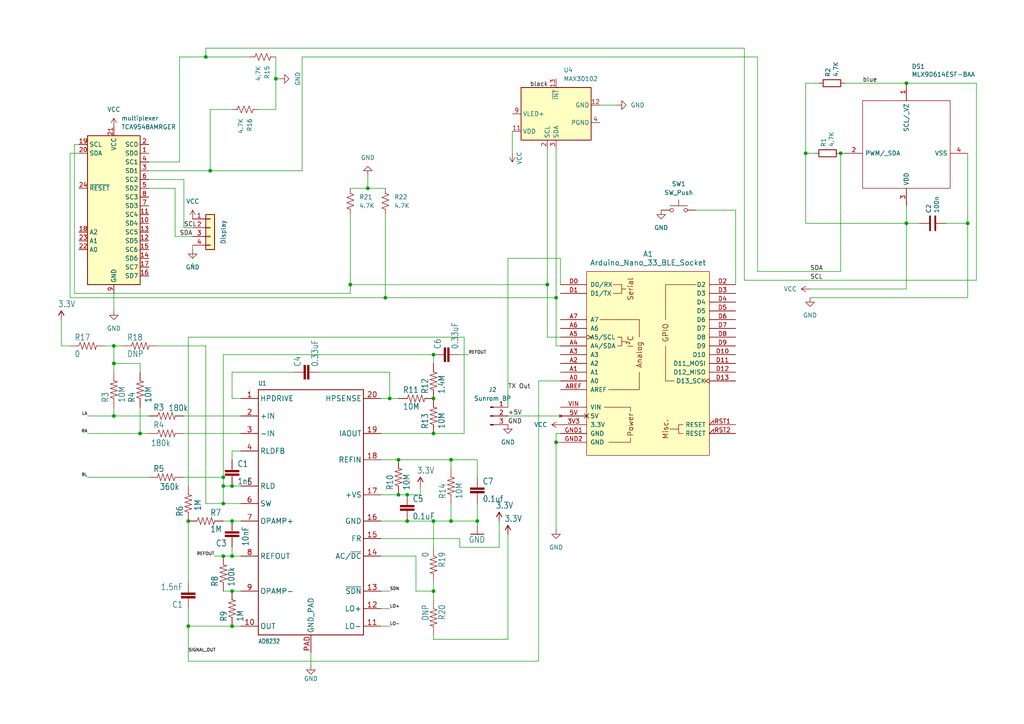
<source format=kicad_sch>
(kicad_sch (version 20250114) (generator "eeschema") (generator_version "9.0")
  (paper "A4")
  (lib_symbols
    (symbol "1-eagle-import:0OHM1/10W5%(0603)"
      (property "Reference" "R" (at -3.81 1.4986 0))
      (symbol "0OHM1/10W5%(0603)_1_0"
        (polyline (pts (xy -2.54 0) (xy -2.159 1.016)) (stroke (width 0.1524)))
        (polyline (pts (xy -2.159 1.016) (xy -1.524 -1.016)) (stroke (width 0.1524)))
        (polyline (pts (xy -1.524 -1.016) (xy -0.889 1.016)) (stroke (width 0.1524)))
        (polyline (pts (xy -0.889 1.016) (xy -0.254 -1.016)) (stroke (width 0.1524)))
        (polyline (pts (xy -0.254 -1.016) (xy 0.381 1.016)) (stroke (width 0.1524)))
        (polyline (pts (xy 0.381 1.016) (xy 1.016 -1.016)) (stroke (width 0.1524)))
        (polyline (pts (xy 1.016 -1.016) (xy 1.651 1.016)) (stroke (width 0.1524)))
        (polyline (pts (xy 1.651 1.016) (xy 2.286 -1.016)) (stroke (width 0.1524)))
        (polyline (pts (xy 2.286 -1.016) (xy 2.54 0)) (stroke (width 0.1524)))
        (pin passive line (at -5.08 0 0) (length 2.54) (name "1") (number "1"))
        (pin passive line (at 5.08 0 180) (length 2.54) (name "2") (number "2"))
      )
    )
    (symbol "1-eagle-import:3.3V" (power)
      (symbol "3.3V_1_0"
        (polyline (pts (xy 0 2.54) (xy -0.762 1.27)) (stroke (width 0.254)))
        (polyline (pts (xy 0.762 1.27) (xy 0 2.54)) (stroke (width 0.254)))
        (pin power_in line (at 0 0 90) (length 2.54) (name "3.3V") (number "1"))
      )
    )
    (symbol "1-eagle-import:AD8232"
      (symbol "AD8232_1_0"
        (polyline (pts (xy -15.24 43.18) (xy 15.24 43.18)) (stroke (width 0.254)))
        (polyline (pts (xy -15.24 -27.94) (xy -15.24 43.18)) (stroke (width 0.254)))
        (polyline (pts (xy 15.24 43.18) (xy 15.24 -27.94)) (stroke (width 0.254)))
        (polyline (pts (xy 15.24 -27.94) (xy -15.24 -27.94)) (stroke (width 0.254)))
        (pin bidirectional line (at -20.32 40.64 0) (length 5.08) (name "HPDRIVE") (number "1"))
        (pin bidirectional line (at -20.32 35.56 0) (length 5.08) (name "+IN") (number "2"))
        (pin bidirectional line (at -20.32 30.48 0) (length 5.08) (name "-IN") (number "3"))
        (pin bidirectional line (at -20.32 25.4 0) (length 5.08) (name "RLDFB") (number "4"))
        (pin bidirectional line (at -20.32 15.24 0) (length 5.08) (name "RLD") (number "5"))
        (pin bidirectional line (at -20.32 10.16 0) (length 5.08) (name "SW") (number "6"))
        (pin bidirectional line (at -20.32 5.08 0) (length 5.08) (name "OPAMP+") (number "7"))
        (pin bidirectional line (at -20.32 -5.08 0) (length 5.08) (name "REFOUT") (number "8"))
        (pin bidirectional line (at -20.32 -15.24 0) (length 5.08) (name "OPAMP-") (number "9"))
        (pin bidirectional line (at -20.32 -25.4 0) (length 5.08) (name "OUT") (number "10"))
        (pin bidirectional line (at 0 -33.02 90) (length 5.08) (name "GND_PAD") (number "PAD"))
        (pin bidirectional line (at 20.32 40.64 180) (length 5.08) (name "HPSENSE") (number "20"))
        (pin bidirectional line (at 20.32 30.48 180) (length 5.08) (name "IAOUT") (number "19"))
        (pin bidirectional line (at 20.32 22.86 180) (length 5.08) (name "REFIN") (number "18"))
        (pin bidirectional line (at 20.32 12.7 180) (length 5.08) (name "+VS") (number "17"))
        (pin bidirectional line (at 20.32 5.08 180) (length 5.08) (name "GND") (number "16"))
        (pin bidirectional line (at 20.32 0 180) (length 5.08) (name "FR") (number "15"))
        (pin bidirectional line (at 20.32 -5.08 180) (length 5.08) (name "AC/~{DC}") (number "14"))
        (pin bidirectional line (at 20.32 -15.24 180) (length 5.08) (name "~{SDN}") (number "13"))
        (pin bidirectional line (at 20.32 -20.32 180) (length 5.08) (name "LO+") (number "12"))
        (pin bidirectional line (at 20.32 -25.4 180) (length 5.08) (name "LO-") (number "11"))
      )
    )
    (symbol "1-eagle-import:CAP0603-CAP"
      (property "Reference" "C" (at 1.524 2.921 0))
      (symbol "CAP0603-CAP_1_0"
        (rectangle (start -2.032 1.524) (end 2.032 2.032) (fill (type outline)))
        (rectangle (start -2.032 0.508) (end 2.032 1.016) (fill (type outline)))
        (polyline (pts (xy 0 2.54) (xy 0 2.032)) (stroke (width 0.1524)))
        (polyline (pts (xy 0 0) (xy 0 0.508)) (stroke (width 0.1524)))
        (pin passive line (at 0 5.08 270) (length 2.54) (name "1") (number "1"))
        (pin passive line (at 0 -2.54 90) (length 2.54) (name "2") (number "2"))
      )
    )
    (symbol "1-eagle-import:CAP0805"
      (property "Reference" "C" (at 1.524 2.921 0))
      (symbol "CAP0805_1_0"
        (rectangle (start -2.032 1.524) (end 2.032 2.032) (fill (type outline)))
        (rectangle (start -2.032 0.508) (end 2.032 1.016) (fill (type outline)))
        (polyline (pts (xy 0 2.54) (xy 0 2.032)) (stroke (width 0.1524)))
        (polyline (pts (xy 0 0) (xy 0 0.508)) (stroke (width 0.1524)))
        (pin passive line (at 0 5.08 270) (length 2.54) (name "1") (number "1"))
        (pin passive line (at 0 -2.54 90) (length 2.54) (name "2") (number "2"))
      )
    )
    (symbol "1-eagle-import:GND" (power)
      (symbol "GND_1_0"
        (polyline (pts (xy -1.905 0) (xy 1.905 0)) (stroke (width 0.254)))
        (pin power_in line (at 0 2.54 270) (length 2.54) (name "GND") (number "1"))
      )
    )
    (symbol "1-eagle-import:RESISTOR0603-RES"
      (property "Reference" "R" (at -3.81 1.4986 0))
      (symbol "RESISTOR0603-RES_1_0"
        (polyline (pts (xy -2.54 0) (xy -2.159 1.016)) (stroke (width 0.1524)))
        (polyline (pts (xy -2.159 1.016) (xy -1.524 -1.016)) (stroke (width 0.1524)))
        (polyline (pts (xy -1.524 -1.016) (xy -0.889 1.016)) (stroke (width 0.1524)))
        (polyline (pts (xy -0.889 1.016) (xy -0.254 -1.016)) (stroke (width 0.1524)))
        (polyline (pts (xy -0.254 -1.016) (xy 0.381 1.016)) (stroke (width 0.1524)))
        (polyline (pts (xy 0.381 1.016) (xy 1.016 -1.016)) (stroke (width 0.1524)))
        (polyline (pts (xy 1.016 -1.016) (xy 1.651 1.016)) (stroke (width 0.1524)))
        (polyline (pts (xy 1.651 1.016) (xy 2.286 -1.016)) (stroke (width 0.1524)))
        (polyline (pts (xy 2.286 -1.016) (xy 2.54 0)) (stroke (width 0.1524)))
        (pin passive line (at -5.08 0 0) (length 2.54) (name "1") (number "1"))
        (pin passive line (at 5.08 0 180) (length 2.54) (name "2") (number "2"))
      )
    )
    (symbol "Connector:Conn_01x03_Pin" (pin_names (offset 1.016) (hide yes))
      (property "Reference" "J" (at 0 5.08 0))
      (property "Value" "Conn_01x03_Pin" (at 0 -5.08 0))
      (symbol "Conn_01x03_Pin_1_1"
        (rectangle (start 0.8636 2.667) (end 0 2.413) (stroke (width 0.1524)) (fill (type outline)))
        (rectangle (start 0.8636 0.127) (end 0 -0.127) (stroke (width 0.1524)) (fill (type outline)))
        (rectangle (start 0.8636 -2.413) (end 0 -2.667) (stroke (width 0.1524)) (fill (type outline)))
        (polyline (pts (xy 1.27 2.54) (xy 0.8636 2.54)) (stroke (width 0.1524)))
        (polyline (pts (xy 1.27 0) (xy 0.8636 0)) (stroke (width 0.1524)))
        (polyline (pts (xy 1.27 -2.54) (xy 0.8636 -2.54)) (stroke (width 0.1524)))
        (pin passive line (at 5.08 2.54 180) (length 3.81) (name "Pin_1") (number "1"))
        (pin passive line (at 5.08 0 180) (length 3.81) (name "Pin_2") (number "2"))
        (pin passive line (at 5.08 -2.54 180) (length 3.81) (name "Pin_3") (number "3"))
      )
    )
    (symbol "Connector_Generic:Conn_01x04" (pin_names (offset 1.016) (hide yes))
      (property "Reference" "J" (at 0 5.08 0))
      (property "Value" "Conn_01x04" (at 0 -7.62 0))
      (symbol "Conn_01x04_1_1"
        (rectangle (start -1.27 3.81) (end 1.27 -6.35) (stroke (width 0.254)) (fill (type background)))
        (rectangle (start -1.27 2.667) (end 0 2.413) (stroke (width 0.1524)))
        (rectangle (start -1.27 0.127) (end 0 -0.127) (stroke (width 0.1524)))
        (rectangle (start -1.27 -2.413) (end 0 -2.667) (stroke (width 0.1524)))
        (rectangle (start -1.27 -4.953) (end 0 -5.207) (stroke (width 0.1524)))
        (pin passive line (at -5.08 2.54 0) (length 3.81) (name "Pin_1") (number "1"))
        (pin passive line (at -5.08 0 0) (length 3.81) (name "Pin_2") (number "2"))
        (pin passive line (at -5.08 -2.54 0) (length 3.81) (name "Pin_3") (number "3"))
        (pin passive line (at -5.08 -5.08 0) (length 3.81) (name "Pin_4") (number "4"))
      )
    )
    (symbol "Device:C" (pin_numbers (hide yes)) (pin_names (offset 0.254))
      (property "Reference" "C" (at 0.635 2.54 0))
      (property "Value" "C" (at 0.635 -2.54 0))
      (symbol "C_0_1"
        (polyline (pts (xy -2.032 0.762) (xy 2.032 0.762)) (stroke (width 0.508)))
        (polyline (pts (xy -2.032 -0.762) (xy 2.032 -0.762)) (stroke (width 0.508)))
      )
      (symbol "C_1_1"
        (pin passive line (at 0 3.81 270) (length 2.794) (name "~") (number "1"))
        (pin passive line (at 0 -3.81 90) (length 2.794) (name "~") (number "2"))
      )
    )
    (symbol "Device:R" (pin_numbers (hide yes)) (pin_names (offset 0))
      (property "Reference" "R" (at 2.032 0 90))
      (property "Value" "R" (at 0 0 90))
      (symbol "R_0_1"
        (rectangle (start -1.016 -2.54) (end 1.016 2.54) (stroke (width 0.254)))
      )
      (symbol "R_1_1"
        (pin passive line (at 0 3.81 270) (length 1.27) (name "~") (number "1"))
        (pin passive line (at 0 -3.81 90) (length 1.27) (name "~") (number "2"))
      )
    )
    (symbol "Device:R_US" (pin_numbers (hide yes)) (pin_names (offset 0))
      (property "Reference" "R" (at 2.54 0 90))
      (property "Value" "R_US" (at -2.54 0 90))
      (symbol "R_US_0_1"
        (polyline (pts (xy 0 2.286) (xy 0 2.54)))
        (polyline (pts (xy 0 2.286) (xy 1.016 1.905) (xy 0 1.524) (xy -1.016 1.143) (xy 0 0.762)))
        (polyline (pts (xy 0 0.762) (xy 1.016 0.381) (xy 0 0) (xy -1.016 -0.381) (xy 0 -0.762)))
        (polyline (pts (xy 0 -0.762) (xy 1.016 -1.143) (xy 0 -1.524) (xy -1.016 -1.905) (xy 0 -2.286)))
        (polyline (pts (xy 0 -2.286) (xy 0 -2.54)))
      )
      (symbol "R_US_1_1"
        (pin passive line (at 0 3.81 270) (length 1.27) (name "~") (number "1"))
        (pin passive line (at 0 -3.81 90) (length 1.27) (name "~") (number "2"))
      )
    )
    (symbol "IR_Thermometer-rescue:1747-1747" (pin_names (offset 0.762))
      (property "Reference" "DS" (at 31.75 20.32 0))
      (property "Value" "1747-1747" (at 31.75 17.78 0))
      (symbol "1747-1747_0_0"
        (pin passive line (at 0 0 0) (length 5.08) (name "PWM/_SDA") (number "2"))
        (pin passive line (at 17.78 20.32 270) (length 5.08) (name "SCL/_VZ") (number "1"))
        (pin passive line (at 17.78 -15.24 90) (length 5.08) (name "VDD") (number "3"))
        (pin passive line (at 35.56 0 180) (length 5.08) (name "VSS") (number "4"))
      )
      (symbol "1747-1747_0_1"
        (polyline (pts (xy 5.08 15.24) (xy 30.48 15.24) (xy 30.48 -10.16) (xy 5.08 -10.16) (xy 5.08 15.24)) (stroke (width 0.1524)))
      )
    )
    (symbol "Interface_Expansion:TCA9548AMRGER"
      (property "Reference" "U" (at -7.62 21.59 0))
      (property "Value" "TCA9548AMRGER" (at 1.016 21.59 0))
      (symbol "TCA9548AMRGER_0_1"
        (rectangle (start -7.62 20.32) (end 7.62 -22.86) (stroke (width 0.254)) (fill (type background)))
      )
      (symbol "TCA9548AMRGER_1_1"
        (pin input line (at -10.16 17.78 0) (length 2.54) (name "SCL") (number "19"))
        (pin bidirectional line (at -10.16 15.24 0) (length 2.54) (name "SDA") (number "20"))
        (pin input line (at -10.16 5.08 0) (length 2.54) (name "~{RESET}") (number "24"))
        (pin input line (at -10.16 -7.62 0) (length 2.54) (name "A2") (number "18"))
        (pin input line (at -10.16 -10.16 0) (length 2.54) (name "A1") (number "23"))
        (pin input line (at -10.16 -12.7 0) (length 2.54) (name "A0") (number "22"))
        (pin no_connect line (at -7.62 -15.24 0) (length 2.54) (hide yes) (name "1EP") (number "25"))
        (pin power_in line (at 0 22.86 270) (length 2.54) (name "VCC") (number "21"))
        (pin power_in line (at 0 -25.4 90) (length 2.54) (name "GND") (number "9"))
        (pin output line (at 10.16 17.78 180) (length 2.54) (name "SC0") (number "2"))
        (pin bidirectional line (at 10.16 15.24 180) (length 2.54) (name "SD0") (number "1"))
        (pin output line (at 10.16 12.7 180) (length 2.54) (name "SC1") (number "4"))
        (pin bidirectional line (at 10.16 10.16 180) (length 2.54) (name "SD1") (number "3"))
        (pin output line (at 10.16 7.62 180) (length 2.54) (name "SC2") (number "6"))
        (pin bidirectional line (at 10.16 5.08 180) (length 2.54) (name "SD2") (number "5"))
        (pin output line (at 10.16 2.54 180) (length 2.54) (name "SC3") (number "8"))
        (pin bidirectional line (at 10.16 0 180) (length 2.54) (name "SD3") (number "7"))
        (pin output line (at 10.16 -2.54 180) (length 2.54) (name "SC4") (number "11"))
        (pin bidirectional line (at 10.16 -5.08 180) (length 2.54) (name "SD4") (number "10"))
        (pin output line (at 10.16 -7.62 180) (length 2.54) (name "SC5") (number "13"))
        (pin bidirectional line (at 10.16 -10.16 180) (length 2.54) (name "SD5") (number "12"))
        (pin output line (at 10.16 -12.7 180) (length 2.54) (name "SC6") (number "15"))
        (pin bidirectional line (at 10.16 -15.24 180) (length 2.54) (name "SD6") (number "14"))
        (pin output line (at 10.16 -17.78 180) (length 2.54) (name "SC7") (number "17"))
        (pin bidirectional line (at 10.16 -20.32 180) (length 2.54) (name "SD7") (number "16"))
      )
    )
    (symbol "PCM_arduino-library:Arduino_Nano_33_BLE_Socket" (pin_names (offset 1.016))
      (property "Reference" "A" (at 0 33.02 0))
      (property "Value" "Arduino_Nano_33_BLE_Socket" (at 0 29.21 0))
      (symbol "Arduino_Nano_33_BLE_Socket_0_0"
        (rectangle (start -17.78 26.67) (end 17.78 -26.67) (fill (type background)))
        (polyline (pts (xy -11.43 -22.86) (xy -5.08 -22.86) (xy -5.08 -21.59)))
        (polyline (pts (xy -10.16 22.86) (xy -7.62 22.86) (xy -7.62 20.32) (xy -10.16 20.32)))
        (polyline (pts (xy -8.89 7.62) (xy -7.62 7.62) (xy -7.62 5.08) (xy -8.89 5.08)))
        (polyline (pts (xy -7.62 21.59) (xy -6.35 21.59)))
        (polyline (pts (xy -7.62 6.35) (xy -6.35 6.35)))
        (polyline (pts (xy -5.08 -13.97) (xy -5.08 -12.7) (xy -12.7 -12.7)))
        (polyline (pts (xy 8.89 -19.05) (xy 6.35 -19.05)))
        (text "Serial" (at -5.08 21.59 900) (effects (font (size 1.524 1.524))))
        (text "I²C" (at -5.08 6.35 900) (effects (font (size 1.524 1.524))))
        (text "Power" (at -5.08 -17.78 900) (effects (font (size 1.524 1.524))))
        (text "Analog" (at -2.54 2.54 900) (effects (font (size 1.524 1.524))))
        (text "Misc." (at 5.08 -19.05 900) (effects (font (size 1.524 1.524))))
      )
      (symbol "Arduino_Nano_33_BLE_Socket_0_1"
        (polyline (pts (xy -13.97 12.7) (xy -2.54 12.7) (xy -2.54 7.62)))
        (polyline (pts (xy -11.43 -7.62) (xy -2.54 -7.62) (xy -2.54 -2.54)))
        (polyline (pts (xy 7.62 -5.08) (xy 5.08 -5.08) (xy 5.08 5.08)))
        (polyline (pts (xy 10.16 -17.78) (xy 8.89 -17.78) (xy 8.89 -20.32) (xy 10.16 -20.32)))
        (polyline (pts (xy 13.97 22.86) (xy 5.08 22.86) (xy 5.08 12.7)))
      )
      (symbol "Arduino_Nano_33_BLE_Socket_1_0"
        (text "GPIO" (at 5.08 8.89 900) (effects (font (size 1.524 1.524))))
      )
      (symbol "Arduino_Nano_33_BLE_Socket_1_1"
        (pin bidirectional line (at -25.4 22.86 0) (length 7.62) (name "D0/RX") (number "D0"))
        (pin bidirectional line (at -25.4 20.32 0) (length 7.62) (name "D1/TX") (number "D1"))
        (pin input line (at -25.4 12.7 0) (length 7.62) (name "A7") (number "A7"))
        (pin input line (at -25.4 10.16 0) (length 7.62) (name "A6") (number "A6"))
        (pin bidirectional clock (at -25.4 7.62 0) (length 7.62) (name "A5/SCL") (number "A5"))
        (pin bidirectional line (at -25.4 5.08 0) (length 7.62) (name "A4/SDA") (number "A4"))
        (pin bidirectional line (at -25.4 2.54 0) (length 7.62) (name "A3") (number "A3"))
        (pin bidirectional line (at -25.4 0 0) (length 7.62) (name "A2") (number "A2"))
        (pin bidirectional line (at -25.4 -2.54 0) (length 7.62) (name "A1") (number "A1"))
        (pin bidirectional line (at -25.4 -5.08 0) (length 7.62) (name "A0") (number "A0"))
        (pin input line (at -25.4 -7.62 0) (length 7.62) (name "AREF") (number "AREF"))
        (pin power_in line (at -25.4 -12.7 0) (length 7.62) (name "VIN") (number "VIN"))
        (pin no_connect non_logic (at -25.4 -15.24 0) (length 7.62) (name "5V") (number "5V"))
        (pin power_in line (at -25.4 -17.78 0) (length 7.62) (name "3.3V") (number "3V3"))
        (pin power_in line (at -25.4 -20.32 0) (length 7.62) (name "GND") (number "GND1"))
        (pin power_in line (at -25.4 -22.86 0) (length 7.62) (name "GND") (number "GND2"))
        (pin bidirectional line (at 25.4 22.86 180) (length 7.62) (name "D2") (number "D2"))
        (pin bidirectional line (at 25.4 20.32 180) (length 7.62) (name "D3") (number "D3"))
        (pin bidirectional line (at 25.4 17.78 180) (length 7.62) (name "D4") (number "D4"))
        (pin bidirectional line (at 25.4 15.24 180) (length 7.62) (name "D5") (number "D5"))
        (pin bidirectional line (at 25.4 12.7 180) (length 7.62) (name "D6") (number "D6"))
        (pin bidirectional line (at 25.4 10.16 180) (length 7.62) (name "D7") (number "D7"))
        (pin bidirectional line (at 25.4 7.62 180) (length 7.62) (name "D8") (number "D8"))
        (pin bidirectional line (at 25.4 5.08 180) (length 7.62) (name "D9") (number "D9"))
        (pin bidirectional line (at 25.4 2.54 180) (length 7.62) (name "D10") (number "D10"))
        (pin bidirectional line (at 25.4 0 180) (length 7.62) (name "D11_MOSI") (number "D11"))
        (pin bidirectional line (at 25.4 -2.54 180) (length 7.62) (name "D12_MISO") (number "D12"))
        (pin bidirectional clock (at 25.4 -5.08 180) (length 7.62) (name "D13_SCK") (number "D13"))
        (pin open_collector input_low (at 25.4 -17.78 180) (length 7.62) (name "RESET") (number "RST1"))
        (pin open_collector input_low (at 25.4 -20.32 180) (length 7.62) (name "RESET") (number "RST2"))
      )
    )
    (symbol "Sensor:MAX30102"
      (property "Reference" "U" (at 7.62 15.24 0))
      (property "Value" "MAX30102" (at 7.62 12.7 0))
      (symbol "MAX30102_0_1"
        (rectangle (start -7.62 10.16) (end 7.62 -10.16) (stroke (width 0.254)) (fill (type background)))
      )
      (symbol "MAX30102_1_1"
        (pin input line (at -10.16 2.54 0) (length 2.54) (name "SCL") (number "2"))
        (pin bidirectional line (at -10.16 0 0) (length 2.54) (name "SDA") (number "3"))
        (pin no_connect line (at -7.62 5.08 0) (length 2.54) (hide yes) (name "NC") (number "1"))
        (pin no_connect line (at -7.62 -2.54 0) (length 2.54) (hide yes) (name "NC") (number "7"))
        (pin power_in line (at -5.08 12.7 270) (length 2.54) (name "VDD") (number "11"))
        (pin power_in line (at -2.54 -12.7 90) (length 2.54) (name "PGND") (number "4"))
        (pin passive line (at 0 12.7 270) (length 2.54) (hide yes) (name "VLED+") (number "10"))
        (pin power_in line (at 0 12.7 270) (length 2.54) (name "VLED+") (number "9"))
        (pin power_in line (at 2.54 -12.7 90) (length 2.54) (name "GND") (number "12"))
        (pin no_connect line (at 7.62 5.08 180) (length 2.54) (hide yes) (name "NC") (number "8"))
        (pin no_connect line (at 7.62 2.54 180) (length 2.54) (hide yes) (name "NC") (number "14"))
        (pin no_connect line (at 7.62 -5.08 180) (length 2.54) (hide yes) (name "NC") (number "6"))
        (pin no_connect line (at 7.62 -7.62 180) (length 2.54) (hide yes) (name "NC") (number "5"))
        (pin output line (at 10.16 0 180) (length 2.54) (name "~{INT}") (number "13"))
      )
    )
    (symbol "Switch:SW_Push" (pin_numbers (hide yes)) (pin_names (offset 1.016) (hide yes))
      (property "Reference" "SW" (at 1.27 2.54 0))
      (property "Value" "SW_Push" (at 0 -1.524 0))
      (symbol "SW_Push_0_1"
        (circle (center -2.032 0) (radius 0.508))
        (polyline (pts (xy 0 1.27) (xy 0 3.048)))
        (circle (center 2.032 0) (radius 0.508))
        (polyline (pts (xy 2.54 1.27) (xy -2.54 1.27)))
        (pin passive line (at -5.08 0 0) (length 2.54) (name "1") (number "1"))
        (pin passive line (at 5.08 0 180) (length 2.54) (name "2") (number "2"))
      )
    )
    (symbol "power:GND" (power) (pin_numbers (hide yes)) (pin_names (offset 0) (hide yes))
      (property "Value" "GND" (at 0 -3.81 0))
      (symbol "GND_0_1"
        (polyline (pts (xy 0 0) (xy 0 -1.27) (xy 1.27 -1.27) (xy 0 -2.54) (xy -1.27 -1.27) (xy 0 -1.27)))
      )
      (symbol "GND_1_1"
        (pin power_in line (at 0 0 270) (length 0) (name "~") (number "1"))
      )
    )
    (symbol "power:VCC" (power) (pin_numbers (hide yes)) (pin_names (offset 0) (hide yes))
      (property "Value" "VCC" (at 0 3.556 0))
      (symbol "VCC_0_1"
        (polyline (pts (xy -0.762 1.27) (xy 0 2.54)))
        (polyline (pts (xy 0 2.54) (xy 0.762 1.27)))
        (polyline (pts (xy 0 0) (xy 0 2.54)))
      )
      (symbol "VCC_1_1"
        (pin power_in line (at 0 0 90) (length 0) (name "~") (number "1"))
      )
    )
  )
  (junction (at 233.68 44.45))
  (junction (at 113.03 115.57))
  (junction (at 161.29 86.36))
  (junction (at 64.77 161.29))
  (junction (at 262.89 64.77))
  (junction (at 111.76 86.36))
  (junction (at 67.31 151.13))
  (junction (at 59.69 16.51))
  (junction (at 280.67 64.77))
  (junction (at 64.77 140.97))
  (junction (at 67.31 161.29))
  (junction (at 262.89 24.13))
  (junction (at 40.64 125.73))
  (junction (at 54.61 181.61))
  (junction (at 67.31 181.61))
  (junction (at 33.02 100.33))
  (junction (at 101.6 82.55))
  (junction (at 130.81 133.35))
  (junction (at 67.31 140.97))
  (junction (at 115.57 143.51))
  (junction (at 118.11 151.13))
  (junction (at 125.73 171.45))
  (junction (at 125.73 151.13))
  (junction (at 158.75 82.55))
  (junction (at 80.01 22.86))
  (junction (at 130.81 151.13))
  (junction (at 60.96 49.53))
  (junction (at 118.11 143.51))
  (junction (at 125.73 125.73))
  (junction (at 243.84 44.45))
  (junction (at 64.77 146.05))
  (junction (at 64.77 138.43))
  (junction (at 115.57 133.35))
  (junction (at 67.31 171.45))
  (junction (at 33.02 120.65))
  (junction (at 54.61 151.13))
  (junction (at 106.68 54.61))
  (junction (at 138.43 151.13))
  (junction (at 161.29 128.27))
  (junction (at 33.02 105.41))
  (junction (at 125.73 115.57))
  (junction (at 125.73 102.87))
  (wire (pts (xy 67.31 130.81) (xy 69.85 130.81)) (stroke (width 0.1524)))
  (wire (pts (xy 233.68 44.45) (xy 233.68 64.77)))
  (wire (pts (xy 60.96 31.75) (xy 60.96 49.53)))
  (wire (pts (xy 67.31 161.29) (xy 67.31 158.75)) (stroke (width 0.1524)))
  (wire (pts (xy 40.64 118.11) (xy 40.64 125.73)) (stroke (width 0.1524)))
  (wire (pts (xy 43.18 54.61) (xy 50.8 54.61)))
  (wire (pts (xy 52.07 16.51) (xy 52.07 46.99)))
  (wire (pts (xy 33.02 90.17) (xy 33.02 85.09)))
  (wire (pts (xy 50.8 68.58) (xy 55.88 68.58)))
  (wire (pts (xy 118.11 151.13) (xy 125.73 151.13)) (stroke (width 0.1524)))
  (wire (pts (xy 54.61 181.61) (xy 54.61 191.77)) (stroke (width 0.1524)))
  (wire (pts (xy 110.49 181.61) (xy 113.03 181.61)) (stroke (width 0.1524)))
  (wire (pts (xy 69.85 115.57) (xy 67.31 115.57)) (stroke (width 0.1524)))
  (wire (pts (xy 262.89 83.82) (xy 234.95 83.82)))
  (wire (pts (xy 81.28 22.86) (xy 80.01 22.86)))
  (wire (pts (xy 158.75 97.79) (xy 162.56 97.79)))
  (wire (pts (xy 52.07 46.99) (xy 43.18 46.99)))
  (wire (pts (xy 162.56 125.73) (xy 161.29 125.73)))
  (wire (pts (xy 101.6 82.55) (xy 158.75 82.55)))
  (wire (pts (xy 80.01 31.75) (xy 74.93 31.75)))
  (wire (pts (xy 43.18 52.07) (xy 53.34 52.07)))
  (wire (pts (xy 53.34 52.07) (xy 53.34 66.04)))
  (wire (pts (xy 67.31 181.61) (xy 69.85 181.61)) (stroke (width 0.1524)))
  (wire (pts (xy 219.71 16.51) (xy 87.63 16.51)))
  (wire (pts (xy 121.92 143.51) (xy 121.92 140.97)) (stroke (width 0.1524)))
  (wire (pts (xy 219.71 78.74) (xy 243.84 78.74)))
  (wire (pts (xy 111.76 86.36) (xy 161.29 86.36)))
  (wire (pts (xy 110.49 156.21) (xy 133.35 156.21)) (stroke (width 0.1524)))
  (wire (pts (xy 35.56 100.33) (xy 33.02 100.33)) (stroke (width 0.1524)))
  (wire (pts (xy 134.62 125.73) (xy 125.73 125.73)) (stroke (width 0.1524)))
  (wire (pts (xy 55.88 66.04) (xy 53.34 66.04)))
  (wire (pts (xy 156.21 191.77) (xy 156.21 110.49)) (stroke (width 0.1524)))
  (wire (pts (xy 125.73 102.87) (xy 125.73 105.41)) (stroke (width 0.1524)))
  (wire (pts (xy 54.61 140.97) (xy 54.61 97.79)) (stroke (width 0.1524)))
  (wire (pts (xy 110.49 171.45) (xy 113.03 171.45)) (stroke (width 0.1524)))
  (wire (pts (xy 134.62 97.79) (xy 134.62 125.73)) (stroke (width 0.1524)))
  (wire (pts (xy 161.29 128.27) (xy 162.56 128.27)))
  (wire (pts (xy 162.56 74.93) (xy 162.56 82.55)))
  (wire (pts (xy 101.6 54.61) (xy 106.68 54.61)))
  (wire (pts (xy 215.9 81.28) (xy 283.21 81.28)))
  (wire (pts (xy 111.76 86.36) (xy 111.76 62.23)))
  (wire (pts (xy 233.68 24.13) (xy 233.68 44.45)))
  (wire (pts (xy 243.84 44.45) (xy 245.11 44.45)))
  (wire (pts (xy 54.61 181.61) (xy 54.61 176.53)) (stroke (width 0.1524)))
  (wire (pts (xy 45.72 100.33) (xy 59.69 100.33)) (stroke (width 0.1524)))
  (wire (pts (xy 262.89 59.69) (xy 262.89 64.77)))
  (wire (pts (xy 130.81 151.13) (xy 138.43 151.13)) (stroke (width 0.1524)))
  (wire (pts (xy 125.73 171.45) (xy 125.73 168.91)) (stroke (width 0.1524)))
  (wire (pts (xy 67.31 115.57) (xy 67.31 107.95)) (stroke (width 0.1524)))
  (wire (pts (xy 55.88 71.12) (xy 55.88 72.39)))
  (wire (pts (xy 234.95 86.36) (xy 280.67 86.36)))
  (wire (pts (xy 280.67 64.77) (xy 280.67 86.36)))
  (wire (pts (xy 156.21 110.49) (xy 162.56 110.49)) (stroke (width 0.1524)))
  (wire (pts (xy 130.81 146.05) (xy 130.81 151.13)) (stroke (width 0.1524)))
  (wire (pts (xy 101.6 85.09) (xy 101.6 82.55)))
  (wire (pts (xy 147.32 120.65) (xy 162.56 120.65)))
  (wire (pts (xy 125.73 173.99) (xy 125.73 171.45)) (stroke (width 0.1524)))
  (wire (pts (xy 40.64 125.73) (xy 25.4 125.73)) (stroke (width 0.1524)))
  (wire (pts (xy 60.96 31.75) (xy 67.31 31.75)))
  (wire (pts (xy 201.93 60.96) (xy 213.36 60.96)))
  (wire (pts (xy 113.03 107.95) (xy 113.03 115.57)) (stroke (width 0.1524)))
  (wire (pts (xy 236.22 44.45) (xy 233.68 44.45)))
  (wire (pts (xy 67.31 161.29) (xy 69.85 161.29)) (stroke (width 0.1524)))
  (wire (pts (xy 20.32 44.45) (xy 20.32 86.36)))
  (wire (pts (xy 133.35 102.87) (xy 135.89 102.87)) (stroke (width 0.1524)))
  (wire (pts (xy 55.88 76.2) (xy 55.88 77.47)))
  (wire (pts (xy 147.32 74.93) (xy 162.56 74.93)))
  (wire (pts (xy 53.34 125.73) (xy 69.85 125.73)) (stroke (width 0.1524)))
  (wire (pts (xy 274.32 64.77) (xy 280.67 64.77)))
  (wire (pts (xy 59.69 100.33) (xy 59.69 146.05)) (stroke (width 0.1524)))
  (wire (pts (xy 54.61 168.91) (xy 54.61 151.13)) (stroke (width 0.1524)))
  (wire (pts (xy 59.69 16.51) (xy 72.39 16.51)))
  (wire (pts (xy 80.01 16.51) (xy 80.01 22.86)))
  (wire (pts (xy 64.77 146.05) (xy 64.77 140.97)) (stroke (width 0.1524)))
  (wire (pts (xy 21.59 41.91) (xy 22.86 41.91)))
  (wire (pts (xy 110.49 125.73) (xy 125.73 125.73)) (stroke (width 0.1524)))
  (wire (pts (xy 69.85 140.97) (xy 67.31 140.97)) (stroke (width 0.1524)))
  (wire (pts (xy 147.32 185.42) (xy 147.32 154.94)) (stroke (width 0.1524)))
  (wire (pts (xy 110.49 161.29) (xy 120.65 161.29)) (stroke (width 0.1524)))
  (wire (pts (xy 215.9 13.97) (xy 59.69 13.97)))
  (wire (pts (xy 161.29 125.73) (xy 161.29 128.27)))
  (wire (pts (xy 67.31 133.35) (xy 67.31 130.81)) (stroke (width 0.1524)))
  (wire (pts (xy 67.31 171.45) (xy 69.85 171.45)) (stroke (width 0.1524)))
  (wire (pts (xy 125.73 185.42) (xy 125.73 184.15)) (stroke (width 0.1524)))
  (wire (pts (xy 33.02 100.33) (xy 30.48 100.33)) (stroke (width 0.1524)))
  (wire (pts (xy 43.18 138.43) (xy 25.4 138.43)) (stroke (width 0.1524)))
  (wire (pts (xy 50.8 54.61) (xy 50.8 68.58)))
  (wire (pts (xy 101.6 82.55) (xy 101.6 62.23)))
  (wire (pts (xy 43.18 120.65) (xy 33.02 120.65)) (stroke (width 0.1524)))
  (wire (pts (xy 161.29 100.33) (xy 162.56 100.33)))
  (wire (pts (xy 64.77 151.13) (xy 67.31 151.13)) (stroke (width 0.1524)))
  (wire (pts (xy 283.21 81.28) (xy 283.21 24.13)))
  (wire (pts (xy 262.89 24.13) (xy 283.21 24.13)))
  (wire (pts (xy 138.43 133.35) (xy 138.43 138.43)) (stroke (width 0.1524)))
  (wire (pts (xy 106.68 50.8) (xy 106.68 54.61)))
  (wire (pts (xy 115.57 143.51) (xy 110.49 143.51)) (stroke (width 0.1524)))
  (wire (pts (xy 64.77 138.43) (xy 53.34 138.43)) (stroke (width 0.1524)))
  (wire (pts (xy 33.02 105.41) (xy 33.02 100.33)) (stroke (width 0.1524)))
  (wire (pts (xy 52.07 16.51) (xy 59.69 16.51)))
  (wire (pts (xy 33.02 118.11) (xy 33.02 120.65)) (stroke (width 0.1524)))
  (wire (pts (xy 43.18 125.73) (xy 40.64 125.73)) (stroke (width 0.1524)))
  (wire (pts (xy 110.49 151.13) (xy 118.11 151.13)) (stroke (width 0.1524)))
  (wire (pts (xy 54.61 191.77) (xy 156.21 191.77)) (stroke (width 0.1524)))
  (wire (pts (xy 60.96 49.53) (xy 43.18 49.53)))
  (wire (pts (xy 115.57 115.57) (xy 113.03 115.57)) (stroke (width 0.1524)))
  (wire (pts (xy 87.63 16.51) (xy 87.63 49.53)))
  (wire (pts (xy 130.81 133.35) (xy 130.81 135.89)) (stroke (width 0.1524)))
  (wire (pts (xy 158.75 43.18) (xy 158.75 82.55)))
  (wire (pts (xy 59.69 13.97) (xy 59.69 16.51)))
  (wire (pts (xy 67.31 107.95) (xy 85.09 107.95)) (stroke (width 0.1524)))
  (wire (pts (xy 64.77 161.29) (xy 62.23 161.29)) (stroke (width 0.1524)))
  (wire (pts (xy 67.31 161.29) (xy 64.77 161.29)) (stroke (width 0.1524)))
  (wire (pts (xy 33.02 105.41) (xy 40.64 105.41)) (stroke (width 0.1524)))
  (wire (pts (xy 64.77 171.45) (xy 67.31 171.45)) (stroke (width 0.1524)))
  (wire (pts (xy 33.02 107.95) (xy 33.02 105.41)) (stroke (width 0.1524)))
  (wire (pts (xy 21.59 85.09) (xy 101.6 85.09)))
  (wire (pts (xy 113.03 115.57) (xy 110.49 115.57)) (stroke (width 0.1524)))
  (wire (pts (xy 17.78 92.71) (xy 17.78 100.33)) (stroke (width 0.1524)))
  (wire (pts (xy 80.01 22.86) (xy 80.01 31.75)))
  (wire (pts (xy 55.88 73.66) (xy 55.88 74.93)))
  (wire (pts (xy 215.9 81.28) (xy 215.9 13.97)))
  (wire (pts (xy 125.73 151.13) (xy 130.81 151.13)) (stroke (width 0.1524)))
  (wire (pts (xy 245.11 24.13) (xy 262.89 24.13)))
  (wire (pts (xy 110.49 176.53) (xy 113.03 176.53)) (stroke (width 0.1524)))
  (wire (pts (xy 90.17 193.04) (xy 90.17 189.23)) (stroke (width 0.1524)))
  (wire (pts (xy 233.68 64.77) (xy 262.89 64.77)))
  (wire (pts (xy 133.35 158.75) (xy 144.78 158.75)) (stroke (width 0.1524)))
  (wire (pts (xy 69.85 146.05) (xy 64.77 146.05)) (stroke (width 0.1524)))
  (wire (pts (xy 64.77 138.43) (xy 64.77 102.87)) (stroke (width 0.1524)))
  (wire (pts (xy 118.11 143.51) (xy 115.57 143.51)) (stroke (width 0.1524)))
  (wire (pts (xy 54.61 97.79) (xy 134.62 97.79)) (stroke (width 0.1524)))
  (wire (pts (xy 138.43 151.13) (xy 138.43 152.4)) (stroke (width 0.1524)))
  (wire (pts (xy 21.59 41.91) (xy 21.59 85.09)))
  (wire (pts (xy 280.67 64.77) (xy 280.67 44.45)))
  (wire (pts (xy 266.7 64.77) (xy 262.89 64.77)))
  (wire (pts (xy 118.11 143.51) (xy 121.92 143.51)) (stroke (width 0.1524)))
  (wire (pts (xy 59.69 146.05) (xy 64.77 146.05)) (stroke (width 0.1524)))
  (wire (pts (xy 40.64 105.41) (xy 40.64 107.95)) (stroke (width 0.1524)))
  (wire (pts (xy 106.68 54.61) (xy 111.76 54.61)))
  (wire (pts (xy 53.34 120.65) (xy 69.85 120.65)) (stroke (width 0.1524)))
  (wire (pts (xy 125.73 185.42) (xy 147.32 185.42)) (stroke (width 0.1524)))
  (wire (pts (xy 243.84 44.45) (xy 243.84 78.74)))
  (wire (pts (xy 120.65 161.29) (xy 120.65 171.45)) (stroke (width 0.1524)))
  (wire (pts (xy 67.31 151.13) (xy 69.85 151.13)) (stroke (width 0.1524)))
  (wire (pts (xy 33.02 120.65) (xy 25.4 120.65)) (stroke (width 0.1524)))
  (wire (pts (xy 22.86 44.45) (xy 20.32 44.45)))
  (wire (pts (xy 262.89 64.77) (xy 262.89 83.82)))
  (wire (pts (xy 161.29 43.18) (xy 161.29 86.36)))
  (wire (pts (xy 219.71 78.74) (xy 219.71 16.51)))
  (wire (pts (xy 173.99 30.48) (xy 179.07 30.48)))
  (wire (pts (xy 147.32 118.11) (xy 147.32 74.93)))
  (wire (pts (xy 138.43 146.05) (xy 138.43 151.13)) (stroke (width 0.1524)))
  (wire (pts (xy 20.32 86.36) (xy 111.76 86.36)))
  (wire (pts (xy 130.81 133.35) (xy 138.43 133.35)) (stroke (width 0.1524)))
  (wire (pts (xy 115.57 133.35) (xy 130.81 133.35)) (stroke (width 0.1524)))
  (wire (pts (xy 67.31 181.61) (xy 54.61 181.61)) (stroke (width 0.1524)))
  (wire (pts (xy 64.77 102.87) (xy 125.73 102.87)) (stroke (width 0.1524)))
  (wire (pts (xy 148.59 44.45) (xy 148.59 38.1)))
  (wire (pts (xy 64.77 140.97) (xy 64.77 138.43)) (stroke (width 0.1524)))
  (wire (pts (xy 120.65 171.45) (xy 125.73 171.45)) (stroke (width 0.1524)))
  (wire (pts (xy 17.78 100.33) (xy 20.32 100.33)) (stroke (width 0.1524)))
  (wire (pts (xy 125.73 158.75) (xy 125.73 151.13)) (stroke (width 0.1524)))
  (wire (pts (xy 158.75 82.55) (xy 158.75 97.79)))
  (wire (pts (xy 213.36 60.96) (xy 213.36 82.55)))
  (wire (pts (xy 133.35 156.21) (xy 133.35 158.75)) (stroke (width 0.1524)))
  (wire (pts (xy 161.29 128.27) (xy 161.29 153.67)))
  (wire (pts (xy 115.57 133.35) (xy 110.49 133.35)) (stroke (width 0.1524)))
  (wire (pts (xy 92.71 107.95) (xy 113.03 107.95)) (stroke (width 0.1524)))
  (wire (pts (xy 87.63 49.53) (xy 60.96 49.53)))
  (wire (pts (xy 161.29 86.36) (xy 161.29 100.33)))
  (wire (pts (xy 144.78 158.75) (xy 144.78 151.13)) (stroke (width 0.1524)))
  (wire (pts (xy 237.49 24.13) (xy 233.68 24.13)))
  (wire (pts (xy 67.31 140.97) (xy 64.77 140.97)) (stroke (width 0.1524)))
  (label "SCL" (at 53.34 66.04 0))
  (label "SDA" (at 52.07 68.58 0))
  (label "GND" (at 147.32 123.19 0))
  (label "SCL" (at 234.95 81.28 0))
  (label "RA" (at 25.4 125.73 180) (effects (font (size 0.889 0.889))))
  (label "TX Out" (at 147.32 113.03 0))
  (label "LO+" (at 113.03 176.53 0) (effects (font (size 0.889 0.889))))
  (label "blue" (at 250.19 24.13 0))
  (label "REFOUT" (at 62.23 161.29 180) (effects (font (size 0.889 0.889))))
  (label "LO-" (at 113.03 181.61 0) (effects (font (size 0.889 0.889))))
  (label "REFOUT" (at 135.89 102.87 0) (effects (font (size 0.889 0.889))))
  (label "LA" (at 25.4 120.65 180) (effects (font (size 0.889 0.889))))
  (label "SIGNAL_OUT" (at 54.61 189.23 0) (effects (font (size 0.889 0.889))))
  (label "SDN" (at 113.03 171.45 0) (effects (font (size 0.889 0.889))))
  (label "black" (at 153.67 25.4 0))
  (label "SDA" (at 234.95 78.74 0))
  (label "RL" (at 25.4 138.43 180) (effects (font (size 0.889 0.889))))
  (label "+5V" (at 147.32 120.65 0))
  (symbol (lib_id "IR_Thermometer-rescue:1747-1747") (at 245.11 44.45 0) (unit 1)
    (property "Reference" "DS1" (at 264.414 19.2786 0) (effects (justify left)))
    (property "Value" "MLX90614ESF-BAA" (at 264.414 21.59 0) (effects (justify left)))
    (property "Footprint" "1747:1747" (effects (hide yes)))
    (property "Datasheet" "https://www.sparkfun.com/datasheets/Sensors/Temperature/MLX90614_rev001.pdf" (effects (hide yes)))
    (property "Description" "ADAFRUIT - 1747 - Melexis Contact-less Infrared Sensor - MLX90614 3V" (effects (hide yes)))
    (property "Height" "4.1" (effects (hide yes)))
    (property "Manufacturer_Name" "Adafruit" (effects (hide yes)))
    (property "Manufacturer_Part_Number" "1747" (effects (hide yes)))
    (property "Mouser Part Number" "485-1747" (effects (hide yes)))
    (property "Mouser Price/Stock" "https://www.mouser.co.uk/ProductDetail/Adafruit/1747?qs=GURawfaeGuB8GD8iPSIOWQ%3D%3D" (effects (hide yes)))
  )
  (symbol (lib_id "Device:R") (at 241.3 24.13 90) (unit 1)
    (property "Reference" "R2" (at 240.1316 22.352 0) (effects (justify left)))
    (property "Value" "4.7K" (at 242.443 22.352 0) (effects (justify left)))
    (property "Footprint" "Resistor_SMD:R_0603_1608Metric" (effects (hide yes)))
  )
  (symbol (lib_id "Device:R") (at 240.03 44.45 90) (unit 1)
    (property "Reference" "R1" (at 238.8616 42.672 0) (effects (justify left)))
    (property "Value" "4.7K" (at 241.173 42.672 0) (effects (justify left)))
    (property "Footprint" "Resistor_SMD:R_0603_1608Metric" (effects (hide yes)))
  )
  (symbol (lib_id "Device:C") (at 270.51 64.77 90) (unit 1)
    (property "Reference" "C2" (at 269.3416 61.849 0) (effects (justify left)))
    (property "Value" "100n" (at 271.653 61.849 0) (effects (justify left)))
    (property "Footprint" "Capacitor_SMD:C_0603_1608Metric" (effects (hide yes)))
  )
  (symbol (lib_id "power:GND") (at 33.02 90.17 0) (unit 1)
    (property "Reference" "#PWR02" (effects (hide yes)))
    (property "Value" "GND" (at 33.02 95.25 0))
    (property "Description" "Power symbol creates a global label with name \"GND\" , ground" (effects (hide yes)))
  )
  (symbol (lib_id "1-eagle-import:3.3V") (at 144.78 151.13 0) (unit 1)
    (property "Reference" "#SUPPLY3" (effects (hide yes)))
    (property "Value" "3.3V" (at 143.764 147.574 0) (effects (font (size 1.778 1.5113)) (justify left bottom)))
  )
  (symbol (lib_id "power:VCC") (at 33.02 36.83 0) (unit 1)
    (property "Reference" "#PWR01" (effects (hide yes)))
    (property "Value" "VCC" (at 33.02 31.75 0))
    (property "Description" "Power symbol creates a global label with name \"VCC\"" (effects (hide yes)))
  )
  (symbol (lib_id "power:GND") (at 179.07 30.48 90) (unit 1)
    (property "Reference" "#PWR06" (effects (hide yes)))
    (property "Value" "GND" (at 182.88 30.4799 90) (effects (justify right)))
    (property "Description" "Power symbol creates a global label with name \"GND\" , ground" (effects (hide yes)))
  )
  (symbol (lib_id "1-eagle-import:0OHM1/10W5%(0603)") (at 125.73 163.83 270) (unit 1)
    (property "Reference" "R19" (at 127.2286 160.02 0) (effects (font (size 1.778 1.5113)) (justify left bottom)))
    (property "Value" "0" (at 122.428 160.02 0) (effects (font (size 1.778 1.5113)) (justify left bottom)))
    (property "Footprint" "1:0603" (effects (hide yes)))
  )
  (symbol (lib_id "1-eagle-import:GND") (at 138.43 154.94 0) (unit 1)
    (property "Reference" "#GND2" (effects (hide yes)))
    (property "Value" "GND" (at 135.89 157.48 0) (effects (font (size 1.778 1.5113)) (justify left bottom)))
  )
  (symbol (lib_id "Connector_Generic:Conn_01x04") (at 60.96 66.04 0) (unit 1)
    (property "Reference" "J1" (effects (hide yes)))
    (property "Value" "Display" (at 64.77 67.31 90))
    (property "Description" "Generic connector, single row, 01x04, script generated (kicad-library-utils/schlib/autogen/connector/)" (effects (hide yes)))
  )
  (symbol (lib_id "1-eagle-import:RESISTOR0603-RES") (at 54.61 146.05 90) (unit 1)
    (property "Reference" "R6" (at 53.1114 149.86 0) (effects (font (size 1.778 1.5113)) (justify left bottom)))
    (property "Value" "1M" (at 56.388 144.78 0) (effects (font (size 1.778 1.5113)) (justify right top)))
    (property "Footprint" "1:0603-RES" (effects (hide yes)))
  )
  (symbol (lib_id "1-eagle-import:0OHM1/10W5%(0603)") (at 25.4 100.33 0) (unit 1)
    (property "Reference" "R17" (at 21.59 98.8314 0) (effects (font (size 1.778 1.5113)) (justify left bottom)))
    (property "Value" "0" (at 21.59 103.632 0) (effects (font (size 1.778 1.5113)) (justify left bottom)))
    (property "Footprint" "1:0603" (effects (hide yes)))
  )
  (symbol (lib_id "Device:R_US") (at 76.2 16.51 270) (unit 1)
    (property "Reference" "R15" (at 77.4701 19.05 0) (effects (justify left)))
    (property "Value" "4.7K" (at 74.9301 19.05 0) (effects (justify left)))
    (property "Description" "Resistor, US symbol" (effects (hide yes)))
  )
  (symbol (lib_id "1-eagle-import:CAP0603-CAP") (at 138.43 143.51 0) (unit 1)
    (property "Reference" "C7" (at 139.954 140.589 0) (effects (font (size 1.778 1.5113)) (justify left bottom)))
    (property "Value" "0.1uf" (at 139.954 145.669 0) (effects (font (size 1.778 1.5113)) (justify left bottom)))
    (property "Footprint" "1:0603-CAP" (effects (hide yes)))
  )
  (symbol (lib_id "1-eagle-import:AD8232") (at 90.17 156.21 0) (unit 1)
    (property "Reference" "U1" (at 74.93 110.49 0) (effects (font (size 1.27 1.0795)) (justify left top)))
    (property "Value" "AD8232" (at 74.93 186.69 0) (effects (font (size 1.27 1.0795)) (justify left bottom)))
    (property "Footprint" "1:LFCSP_20" (effects (hide yes)))
  )
  (symbol (lib_id "Interface_Expansion:TCA9548AMRGER") (at 33.02 59.69 0) (unit 1)
    (property "Reference" "multiplexer" (at 35.1633 34.29 0) (effects (justify left)))
    (property "Value" "TCA9548AMRGER" (at 35.1633 36.83 0) (effects (justify left)))
    (property "Footprint" "Package_DFN_QFN:Texas_RGE0024C_VQFN-24-1EP_4x4mm_P0.5mm_EP2.1x2.1mm" (effects (hide yes)))
    (property "Datasheet" "http://www.ti.com/lit/ds/symlink/tca9548a.pdf" (effects (hide yes)))
    (property "Description" "Low voltage 8-channel I2C switch with reset, VQFN-24" (effects (hide yes)))
  )
  (symbol (lib_id "1-eagle-import:RESISTOR0603-RES") (at 48.26 138.43 180) (unit 1)
    (property "Reference" "R5" (at 44.45 136.9314 0) (effects (font (size 1.778 1.5113)) (justify right top)))
    (property "Value" "360k" (at 52.07 140.208 0) (effects (font (size 1.778 1.5113)) (justify left bottom)))
    (property "Footprint" "1:0603-RES" (effects (hide yes)))
  )
  (symbol (lib_id "1-eagle-import:CAP0603-CAP") (at 67.31 138.43 0) (unit 1)
    (property "Reference" "C1" (at 68.834 135.509 0) (effects (font (size 1.778 1.5113)) (justify left bottom)))
    (property "Value" "1nF" (at 68.834 140.589 0) (effects (font (size 1.778 1.5113)) (justify left bottom)))
    (property "Footprint" "1:0603-CAP" (effects (hide yes)))
  )
  (symbol (lib_id "1-eagle-import:RESISTOR0603-RES") (at 48.26 120.65 0) (unit 1)
    (property "Reference" "R3" (at 44.45 119.1514 0) (effects (font (size 1.778 1.5113)) (justify left bottom)))
    (property "Value" "180k" (at 54.61 117.348 0) (effects (font (size 1.778 1.5113)) (justify right top)))
    (property "Footprint" "1:0603-RES" (effects (hide yes)))
  )
  (symbol (lib_id "1-eagle-import:CAP0603-CAP") (at 54.61 171.45 180) (unit 1)
    (property "Reference" "C1" (at 53.086 174.371 0) (effects (font (size 1.778 1.5113)) (justify left bottom)))
    (property "Value" "1.5nF" (at 53.086 169.291 0) (effects (font (size 1.778 1.5113)) (justify left bottom)))
    (property "Footprint" "1:0603-CAP" (effects (hide yes)))
  )
  (symbol (lib_id "power:VCC") (at 162.56 123.19 90) (unit 1)
    (property "Reference" "#PWR012" (effects (hide yes)))
    (property "Value" "VCC" (at 158.75 123.1899 90) (effects (justify left)))
    (property "Description" "Power symbol creates a global label with name \"VCC\"" (effects (hide yes)))
  )
  (symbol (lib_id "1-eagle-import:RESISTOR0603-RES") (at 59.69 151.13 0) (unit 1)
    (property "Reference" "R7" (at 60.96 149.6314 0) (effects (font (size 1.778 1.5113)) (justify left bottom)))
    (property "Value" "1M" (at 60.96 154.432 0) (effects (font (size 1.778 1.5113)) (justify left bottom)))
    (property "Footprint" "1:0603-RES" (effects (hide yes)))
  )
  (symbol (lib_id "power:GND") (at 81.28 22.86 90) (unit 1)
    (property "Reference" "#PWR010" (effects (hide yes)))
    (property "Value" "GND" (at 86.36 22.86 0))
    (property "Description" "Power symbol creates a global label with name \"GND\" , ground" (effects (hide yes)))
  )
  (symbol (lib_id "Device:R_US") (at 111.76 58.42 0) (unit 1)
    (property "Reference" "R22" (at 114.3 57.1499 0) (effects (justify left)))
    (property "Value" "4.7K" (at 114.3 59.6899 0) (effects (justify left)))
    (property "Description" "Resistor, US symbol" (effects (hide yes)))
  )
  (symbol (lib_id "power:GND") (at 90.17 193.04 0) (unit 1)
    (property "Reference" "#PWR08" (effects (hide yes)))
    (property "Value" "GND" (at 90.17 196.85 0))
    (property "Description" "Power symbol creates a global label with name \"GND\" , ground" (effects (hide yes)))
  )
  (symbol (lib_id "power:VCC") (at 234.95 83.82 90) (unit 1)
    (property "Reference" "#PWR013" (effects (hide yes)))
    (property "Value" "VCC" (at 231.14 83.8199 90) (effects (justify left)))
    (property "Description" "Power symbol creates a global label with name \"VCC\"" (effects (hide yes)))
  )
  (symbol (lib_id "power:GND") (at 161.29 153.67 0) (unit 1)
    (property "Reference" "#PWR03" (effects (hide yes)))
    (property "Value" "GND" (at 161.29 158.75 0))
    (property "Description" "Power symbol creates a global label with name \"GND\" , ground" (effects (hide yes)))
  )
  (symbol (lib_id "1-eagle-import:RESISTOR0603-RES") (at 115.57 138.43 90) (unit 1)
    (property "Reference" "R10" (at 114.0714 142.24 0) (effects (font (size 1.778 1.5113)) (justify left bottom)))
    (property "Value" "10M" (at 118.872 142.24 0) (effects (font (size 1.778 1.5113)) (justify left bottom)))
    (property "Footprint" "1:0603-RES" (effects (hide yes)))
  )
  (symbol (lib_id "PCM_arduino-library:Arduino_Nano_33_BLE_Socket") (at 187.96 105.41 0) (unit 1)
    (property "Reference" "A1" (at 187.96 73.66 0) (effects (font (size 1.524 1.524))))
    (property "Value" "Arduino_Nano_33_BLE_Socket" (at 187.96 76.2 0) (effects (font (size 1.524 1.524))))
    (property "Footprint" "PCM_arduino-library:Arduino_Nano_Every_Socket" (effects (hide yes)))
    (property "Datasheet" "https://docs.arduino.cc/hardware/nano-33-ble" (effects (hide yes)))
    (property "Description" "Socket for Arduino Nano 33 BLE" (effects (hide yes)))
  )
  (symbol (lib_id "1-eagle-import:RESISTOR0603-RES") (at 67.31 176.53 90) (unit 1)
    (property "Reference" "R9" (at 65.8114 180.34 0) (effects (font (size 1.778 1.5113)) (justify left bottom)))
    (property "Value" "1M" (at 70.612 180.34 0) (effects (font (size 1.778 1.5113)) (justify left bottom)))
    (property "Footprint" "1:0603-RES" (effects (hide yes)))
  )
  (symbol (lib_id "Device:R_US") (at 71.12 31.75 270) (unit 1)
    (property "Reference" "R16" (at 72.3901 34.29 0) (effects (justify left)))
    (property "Value" "4.7K" (at 69.8501 34.29 0) (effects (justify left)))
    (property "Description" "Resistor, US symbol" (effects (hide yes)))
  )
  (symbol (lib_id "1-eagle-import:3.3V") (at 121.92 140.97 0) (unit 1)
    (property "Reference" "#SUPPLY1" (effects (hide yes)))
    (property "Value" "3.3V" (at 120.904 137.414 0) (effects (font (size 1.778 1.5113)) (justify left bottom)))
  )
  (symbol (lib_id "1-eagle-import:RESISTOR0603-RES") (at 120.65 115.57 0) (unit 1)
    (property "Reference" "R11" (at 116.84 114.0714 0) (effects (font (size 1.778 1.5113)) (justify left bottom)))
    (property "Value" "10M" (at 116.84 118.872 0) (effects (font (size 1.778 1.5113)) (justify left bottom)))
    (property "Footprint" "1:0603-RES" (effects (hide yes)))
  )
  (symbol (lib_id "1-eagle-import:CAP0805") (at 130.81 102.87 90) (unit 1)
    (property "Reference" "C6" (at 127.889 101.346 0) (effects (font (size 1.778 1.5113)) (justify left bottom)))
    (property "Value" "0.33uF" (at 132.969 101.346 0) (effects (font (size 1.778 1.5113)) (justify left bottom)))
    (property "Footprint" "1:0805" (effects (hide yes)))
  )
  (symbol (lib_id "1-eagle-import:RESISTOR0603-RES") (at 125.73 110.49 90) (unit 1)
    (property "Reference" "R12" (at 124.2314 114.3 0) (effects (font (size 1.778 1.5113)) (justify left bottom)))
    (property "Value" "1.4M" (at 129.032 114.3 0) (effects (font (size 1.778 1.5113)) (justify left bottom)))
    (property "Footprint" "1:0603-RES" (effects (hide yes)))
  )
  (symbol (lib_id "1-eagle-import:3.3V") (at 147.32 154.94 0) (unit 1)
    (property "Reference" "#SUPPLY4" (effects (hide yes)))
    (property "Value" "3.3V" (at 146.304 151.384 0) (effects (font (size 1.778 1.5113)) (justify left bottom)))
  )
  (symbol (lib_id "1-eagle-import:CAP0805") (at 90.17 107.95 90) (unit 1)
    (property "Reference" "C4" (at 87.249 106.426 0) (effects (font (size 1.778 1.5113)) (justify left bottom)))
    (property "Value" "0.33uF" (at 92.329 106.426 0) (effects (font (size 1.778 1.5113)) (justify left bottom)))
    (property "Footprint" "1:0805" (effects (hide yes)))
  )
  (symbol (lib_id "1-eagle-import:RESISTOR0603-RES") (at 64.77 166.37 90) (unit 1)
    (property "Reference" "R8" (at 63.2714 170.18 0) (effects (font (size 1.778 1.5113)) (justify left bottom)))
    (property "Value" "100k" (at 68.072 170.18 0) (effects (font (size 1.778 1.5113)) (justify left bottom)))
    (property "Footprint" "1:0603-RES" (effects (hide yes)))
  )
  (symbol (lib_id "1-eagle-import:0OHM1/10W5%(0603)") (at 40.64 100.33 0) (unit 1)
    (property "Reference" "R18" (at 36.83 98.8314 0) (effects (font (size 1.778 1.5113)) (justify left bottom)))
    (property "Value" "DNP" (at 36.83 103.632 0) (effects (font (size 1.778 1.5113)) (justify left bottom)))
    (property "Footprint" "1:0603" (effects (hide yes)))
  )
  (symbol (lib_id "power:GND") (at 147.32 123.19 0) (unit 1)
    (property "Reference" "#PWR07" (effects (hide yes)))
    (property "Value" "GND" (at 147.32 128.27 0))
    (property "Description" "Power symbol creates a global label with name \"GND\" , ground" (effects (hide yes)))
  )
  (symbol (lib_id "1-eagle-import:3.3V") (at 17.78 92.71 0) (unit 1)
    (property "Reference" "#SUPPLY2" (effects (hide yes)))
    (property "Value" "3.3V" (at 16.764 89.154 0) (effects (font (size 1.778 1.5113)) (justify left bottom)))
  )
  (symbol (lib_id "1-eagle-import:RESISTOR0603-RES") (at 125.73 120.65 90) (unit 1)
    (property "Reference" "R13" (at 124.2314 124.46 0) (effects (font (size 1.778 1.5113)) (justify left bottom)))
    (property "Value" "10M" (at 129.032 124.46 0) (effects (font (size 1.778 1.5113)) (justify left bottom)))
    (property "Footprint" "1:0603-RES" (effects (hide yes)))
  )
  (symbol (lib_id "power:VCC") (at 55.88 63.5 0) (unit 1)
    (property "Reference" "#PWR014" (effects (hide yes)))
    (property "Value" "VCC" (at 55.88 58.42 0))
    (property "Description" "Power symbol creates a global label with name \"VCC\"" (effects (hide yes)))
  )
  (symbol (lib_id "1-eagle-import:0OHM1/10W5%(0603)") (at 125.73 179.07 270) (unit 1)
    (property "Reference" "R20" (at 127.2286 175.26 0) (effects (font (size 1.778 1.5113)) (justify left bottom)))
    (property "Value" "DNP" (at 122.428 175.26 0) (effects (font (size 1.778 1.5113)) (justify left bottom)))
    (property "Footprint" "1:0603" (effects (hide yes)))
  )
  (symbol (lib_id "Switch:SW_Push") (at 196.85 60.96 0) (unit 1)
    (property "Reference" "SW1" (at 196.85 53.34 0))
    (property "Value" "SW_Push" (at 196.85 55.88 0))
    (property "Description" "Push button switch, generic, two pins" (effects (hide yes)))
  )
  (symbol (lib_id "1-eagle-import:RESISTOR0603-RES") (at 130.81 140.97 90) (unit 1)
    (property "Reference" "R14" (at 129.3114 144.78 0) (effects (font (size 1.778 1.5113)) (justify left bottom)))
    (property "Value" "10M" (at 134.112 144.78 0) (effects (font (size 1.778 1.5113)) (justify left bottom)))
    (property "Footprint" "1:0603-RES" (effects (hide yes)))
  )
  (symbol (lib_id "power:GND") (at 191.77 60.96 0) (unit 1)
    (property "Reference" "#PWR04" (effects (hide yes)))
    (property "Value" "GND" (at 191.77 66.04 0))
    (property "Description" "Power symbol creates a global label with name \"GND\" , ground" (effects (hide yes)))
  )
  (symbol (lib_id "1-eagle-import:RESISTOR0603-RES") (at 33.02 113.03 90) (unit 1)
    (property "Reference" "R3" (at 31.5214 116.84 0) (effects (font (size 1.778 1.5113)) (justify left bottom)))
    (property "Value" "10M" (at 36.322 116.84 0) (effects (font (size 1.778 1.5113)) (justify left bottom)))
    (property "Footprint" "1:0603-RES" (effects (hide yes)))
  )
  (symbol (lib_id "power:GND") (at 106.68 50.8 180) (unit 1)
    (property "Reference" "#PWR011" (effects (hide yes)))
    (property "Value" "GND" (at 106.68 45.72 0))
    (property "Description" "Power symbol creates a global label with name \"GND\" , ground" (effects (hide yes)))
  )
  (symbol (lib_id "power:GND") (at 234.95 86.36 0) (unit 1)
    (property "Reference" "#PWR09" (effects (hide yes)))
    (property "Value" "GND" (at 234.95 91.44 0))
    (property "Description" "Power symbol creates a global label with name \"GND\" , ground" (effects (hide yes)))
  )
  (symbol (lib_id "1-eagle-import:RESISTOR0603-RES") (at 48.26 125.73 0) (unit 1)
    (property "Reference" "R4" (at 44.45 124.2314 0) (effects (font (size 1.778 1.5113)) (justify left bottom)))
    (property "Value" "180k" (at 49.53 127.508 0) (effects (font (size 1.778 1.5113)) (justify right top)))
    (property "Footprint" "1:0603-RES" (effects (hide yes)))
  )
  (symbol (lib_id "1-eagle-import:RESISTOR0603-RES") (at 40.64 113.03 90) (unit 1)
    (property "Reference" "R4" (at 39.1414 116.84 0) (effects (font (size 1.778 1.5113)) (justify left bottom)))
    (property "Value" "10M" (at 43.942 116.84 0) (effects (font (size 1.778 1.5113)) (justify left bottom)))
    (property "Footprint" "1:0603-RES" (effects (hide yes)))
  )
  (symbol (lib_id "power:VCC") (at 148.59 44.45 180) (unit 1)
    (property "Reference" "#PWR05" (effects (hide yes)))
    (property "Value" "VCC" (at 150.622 43.942 90) (effects (justify left)))
    (property "Description" "Power symbol creates a global label with name \"VCC\"" (effects (hide yes)))
  )
  (symbol (lib_id "1-eagle-import:CAP0603-CAP") (at 118.11 148.59 0) (unit 1)
    (property "Reference" "C5" (at 119.634 145.669 0) (effects (font (size 1.778 1.5113)) (justify left bottom)))
    (property "Value" "0.1uF" (at 119.634 150.749 0) (effects (font (size 1.778 1.5113)) (justify left bottom)))
    (property "Footprint" "1:0603-CAP" (effects (hide yes)))
  )
  (symbol (lib_id "Connector:Conn_01x03_Pin") (at 142.24 120.65 0) (unit 1)
    (property "Reference" "J2" (at 142.875 113.03 0))
    (property "Value" "Sunrom BP" (at 142.875 115.57 0))
    (property "Description" "Generic connector, single row, 01x03, script generated" (effects (hide yes)))
  )
  (symbol (lib_id "1-eagle-import:CAP0603-CAP") (at 67.31 153.67 180) (unit 1)
    (property "Reference" "C3" (at 65.786 156.591 0) (effects (font (size 1.778 1.5113)) (justify left bottom)))
    (property "Value" "10nF" (at 70.231 152.654 90) (effects (font (size 1.778 1.5113)) (justify left bottom)))
    (property "Footprint" "1:0603-CAP" (effects (hide yes)))
  )
  (symbol (lib_id "power:GND") (at 55.88 72.39 0) (unit 1)
    (property "Reference" "#PWR015" (effects (hide yes)))
    (property "Value" "GND" (at 55.88 77.47 0))
    (property "Description" "Power symbol creates a global label with name \"GND\" , ground" (effects (hide yes)))
  )
  (symbol (lib_id "Sensor:MAX30102") (at 161.29 33.02 90) (unit 1)
    (property "Reference" "U4" (at 163.4333 20.32 90) (effects (justify right)))
    (property "Value" "MAX30102" (at 163.4333 22.86 90) (effects (justify right)))
    (property "Footprint" "OptoDevice:Maxim_OLGA-14_3.3x5.6mm_P0.8mm" (effects (hide yes)))
    (property "Datasheet" "https://datasheets.maximintegrated.com/en/ds/MAX30102.pdf" (effects (hide yes)))
    (property "Description" "Heart Rate Sensor, 14-OLGA" (effects (hide yes)))
  )
  (symbol (lib_id "Device:R_US") (at 101.6 58.42 0) (unit 1)
    (property "Reference" "R21" (at 104.14 57.1499 0) (effects (justify left)))
    (property "Value" "4.7K" (at 104.14 59.6899 0) (effects (justify left)))
    (property "Description" "Resistor, US symbol" (effects (hide yes)))
  )
)
</source>
